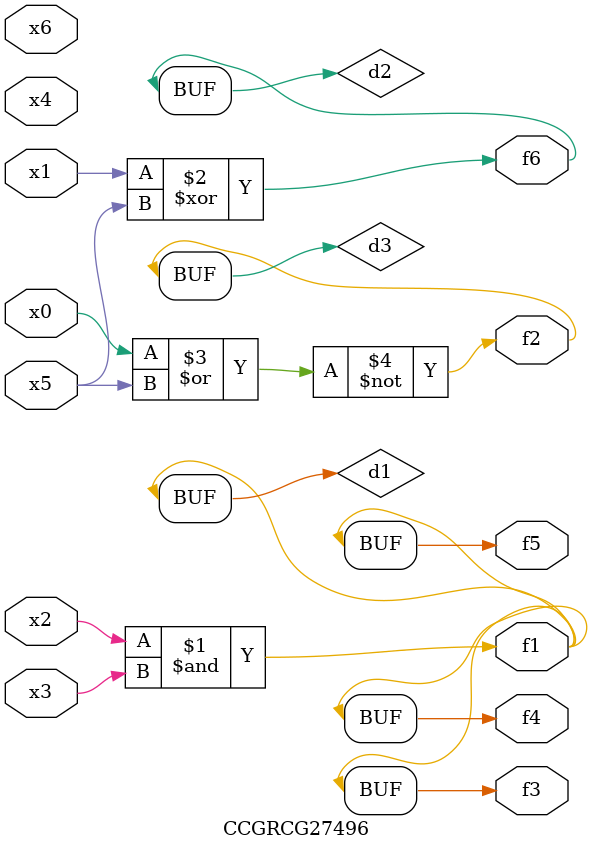
<source format=v>
module CCGRCG27496(
	input x0, x1, x2, x3, x4, x5, x6,
	output f1, f2, f3, f4, f5, f6
);

	wire d1, d2, d3;

	and (d1, x2, x3);
	xor (d2, x1, x5);
	nor (d3, x0, x5);
	assign f1 = d1;
	assign f2 = d3;
	assign f3 = d1;
	assign f4 = d1;
	assign f5 = d1;
	assign f6 = d2;
endmodule

</source>
